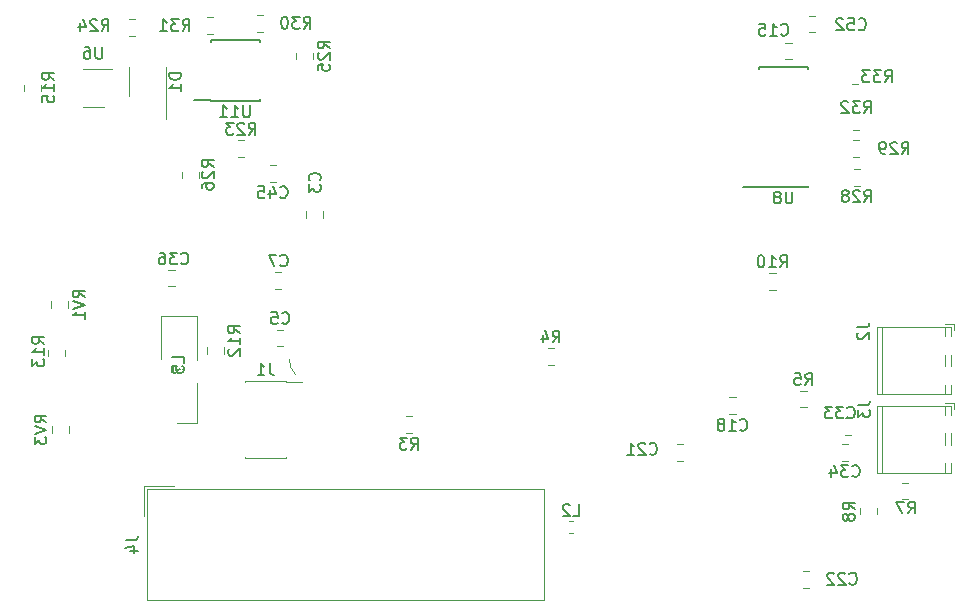
<source format=gbo>
G04 #@! TF.GenerationSoftware,KiCad,Pcbnew,(6.0.0-rc1-dev-1561-g9cac0a38c)*
G04 #@! TF.CreationDate,2019-06-17T18:23:23+02:00
G04 #@! TF.ProjectId,canbox,63616e62-6f78-42e6-9b69-6361645f7063,rev?*
G04 #@! TF.SameCoordinates,Original*
G04 #@! TF.FileFunction,Legend,Bot*
G04 #@! TF.FilePolarity,Positive*
%FSLAX46Y46*%
G04 Gerber Fmt 4.6, Leading zero omitted, Abs format (unit mm)*
G04 Created by KiCad (PCBNEW (6.0.0-rc1-dev-1561-g9cac0a38c)) date Mon 17 Jun 2019 06:23:23 PM CEST*
%MOMM*%
%LPD*%
G04 APERTURE LIST*
%ADD10C,0.120000*%
%ADD11C,0.150000*%
G04 APERTURE END LIST*
D10*
X48050000Y-86900000D02*
X48050000Y-91300000D01*
X44950000Y-86900000D02*
X44950000Y-89400000D01*
X50661700Y-113697400D02*
X50661700Y-117047400D01*
X50661700Y-117047400D02*
X49011700Y-117047400D01*
X47661700Y-111647400D02*
X47661700Y-107997400D01*
X47661700Y-107997400D02*
X50661700Y-107997400D01*
X50661700Y-107997400D02*
X50661700Y-111747400D01*
X54730400Y-119933800D02*
X54730400Y-119998800D01*
X58260400Y-119933800D02*
X58260400Y-119998800D01*
X54730400Y-113528800D02*
X54730400Y-113593800D01*
X58260400Y-113528800D02*
X58260400Y-113593800D01*
X59585400Y-113593800D02*
X58260400Y-113593800D01*
X58260400Y-119998800D02*
X54730400Y-119998800D01*
X58260400Y-113528800D02*
X54730400Y-113528800D01*
X58509350Y-111683800D02*
G75*
G03X59035401Y-112953799I1796050J0D01*
G01*
X99667852Y-105764400D02*
X99145348Y-105764400D01*
X99667852Y-104344400D02*
X99145348Y-104344400D01*
D11*
X51852500Y-89726500D02*
X50452500Y-89726500D01*
X51852500Y-84626500D02*
X56002500Y-84626500D01*
X51852500Y-89776500D02*
X56002500Y-89776500D01*
X51852500Y-84626500D02*
X51852500Y-84771500D01*
X56002500Y-84626500D02*
X56002500Y-84771500D01*
X56002500Y-89776500D02*
X56002500Y-89631500D01*
X51852500Y-89776500D02*
X51852500Y-89726500D01*
D10*
X46216000Y-122405200D02*
X46216000Y-124945200D01*
X46216000Y-122405200D02*
X48756000Y-122405200D01*
X46466000Y-122655200D02*
X46466000Y-132005200D01*
X80026000Y-122655200D02*
X46466000Y-122655200D01*
X80026000Y-132005200D02*
X80026000Y-122655200D01*
X46466000Y-132005200D02*
X80026000Y-132005200D01*
X101023052Y-86257200D02*
X100500548Y-86257200D01*
X101023052Y-84837200D02*
X100500548Y-84837200D01*
X54684452Y-94537600D02*
X54161948Y-94537600D01*
X54684452Y-93117600D02*
X54161948Y-93117600D01*
X114779000Y-115344800D02*
X114779000Y-115844800D01*
X114039000Y-115344800D02*
X114779000Y-115344800D01*
X108219000Y-121244800D02*
X114539000Y-121244800D01*
X108219000Y-115584800D02*
X114539000Y-115584800D01*
X114539000Y-120474800D02*
X114539000Y-121244800D01*
X114539000Y-117934800D02*
X114539000Y-118894800D01*
X114539000Y-115584800D02*
X114539000Y-116354800D01*
X108219000Y-115584800D02*
X108219000Y-121244800D01*
X108679000Y-115584800D02*
X108679000Y-121244800D01*
X113979000Y-120474800D02*
X113979000Y-121244800D01*
X113979000Y-117934800D02*
X113979000Y-118894800D01*
X113979000Y-115584800D02*
X113979000Y-116354800D01*
X114779000Y-108690000D02*
X114779000Y-109190000D01*
X114039000Y-108690000D02*
X114779000Y-108690000D01*
X108219000Y-114590000D02*
X114539000Y-114590000D01*
X108219000Y-108930000D02*
X114539000Y-108930000D01*
X114539000Y-113820000D02*
X114539000Y-114590000D01*
X114539000Y-111280000D02*
X114539000Y-112240000D01*
X114539000Y-108930000D02*
X114539000Y-109700000D01*
X108219000Y-108930000D02*
X108219000Y-114590000D01*
X108679000Y-108930000D02*
X108679000Y-114590000D01*
X113979000Y-113820000D02*
X113979000Y-114590000D01*
X113979000Y-111280000D02*
X113979000Y-112240000D01*
X113979000Y-108930000D02*
X113979000Y-109700000D01*
X44950748Y-82856000D02*
X45473252Y-82856000D01*
X44950748Y-84276000D02*
X45473252Y-84276000D01*
D11*
X98267700Y-97061500D02*
X96892700Y-97061500D01*
X98267700Y-86936500D02*
X102417700Y-86936500D01*
X98267700Y-97086500D02*
X102417700Y-97086500D01*
X98267700Y-86936500D02*
X98267700Y-87041500D01*
X102417700Y-86936500D02*
X102417700Y-87041500D01*
X102417700Y-97086500D02*
X102417700Y-96981500D01*
X98267700Y-97086500D02*
X98267700Y-97061500D01*
D10*
X41000000Y-87040000D02*
X43450000Y-87040000D01*
X42800000Y-90260000D02*
X41000000Y-90260000D01*
X39851400Y-117340748D02*
X39851400Y-117863252D01*
X38431400Y-117340748D02*
X38431400Y-117863252D01*
X38355200Y-107271452D02*
X38355200Y-106748948D01*
X39775200Y-107271452D02*
X39775200Y-106748948D01*
X106130348Y-88329700D02*
X106652852Y-88329700D01*
X106130348Y-89749700D02*
X106652852Y-89749700D01*
X106231948Y-90806200D02*
X106754452Y-90806200D01*
X106231948Y-92226200D02*
X106754452Y-92226200D01*
X52030152Y-84136300D02*
X51507648Y-84136300D01*
X52030152Y-82716300D02*
X51507648Y-82716300D01*
X56271952Y-83958500D02*
X55749448Y-83958500D01*
X56271952Y-82538500D02*
X55749448Y-82538500D01*
X106253648Y-93104900D02*
X106776152Y-93104900D01*
X106253648Y-94524900D02*
X106776152Y-94524900D01*
X106282748Y-95530600D02*
X106805252Y-95530600D01*
X106282748Y-96950600D02*
X106805252Y-96950600D01*
X50849600Y-95759748D02*
X50849600Y-96282252D01*
X49429600Y-95759748D02*
X49429600Y-96282252D01*
X59107000Y-86231252D02*
X59107000Y-85708748D01*
X60527000Y-86231252D02*
X60527000Y-85708748D01*
X37460000Y-88413748D02*
X37460000Y-88936252D01*
X36040000Y-88413748D02*
X36040000Y-88936252D01*
X38101200Y-111395252D02*
X38101200Y-110872748D01*
X39521200Y-111395252D02*
X39521200Y-110872748D01*
X51550500Y-111166652D02*
X51550500Y-110644148D01*
X52970500Y-111166652D02*
X52970500Y-110644148D01*
X108279000Y-124265948D02*
X108279000Y-124788452D01*
X106859000Y-124265948D02*
X106859000Y-124788452D01*
X110920052Y-123519000D02*
X110397548Y-123519000D01*
X110920052Y-122099000D02*
X110397548Y-122099000D01*
X102294652Y-115727200D02*
X101772148Y-115727200D01*
X102294652Y-114307200D02*
X101772148Y-114307200D01*
X80897252Y-112139800D02*
X80374748Y-112139800D01*
X80897252Y-110719800D02*
X80374748Y-110719800D01*
X68369548Y-116485600D02*
X68892052Y-116485600D01*
X68369548Y-117905600D02*
X68892052Y-117905600D01*
X82529467Y-126392400D02*
X82186933Y-126392400D01*
X82529467Y-125372400D02*
X82186933Y-125372400D01*
X102481748Y-82551200D02*
X103004252Y-82551200D01*
X102481748Y-83971200D02*
X103004252Y-83971200D01*
X56828948Y-95200400D02*
X57351452Y-95200400D01*
X56828948Y-96620400D02*
X57351452Y-96620400D01*
X48269148Y-104065000D02*
X48791652Y-104065000D01*
X48269148Y-105485000D02*
X48791652Y-105485000D01*
X105272148Y-118807200D02*
X105794652Y-118807200D01*
X105272148Y-120227200D02*
X105794652Y-120227200D01*
X105546148Y-116612600D02*
X106068652Y-116612600D01*
X105546148Y-118032600D02*
X106068652Y-118032600D01*
X101999148Y-129566600D02*
X102521652Y-129566600D01*
X101999148Y-130986600D02*
X102521652Y-130986600D01*
X91297148Y-118807200D02*
X91819652Y-118807200D01*
X91297148Y-120227200D02*
X91819652Y-120227200D01*
X95759748Y-114885400D02*
X96282252Y-114885400D01*
X95759748Y-116305400D02*
X96282252Y-116305400D01*
X57840512Y-105695820D02*
X57318008Y-105695820D01*
X57840512Y-104275820D02*
X57318008Y-104275820D01*
X57994072Y-110559920D02*
X57471568Y-110559920D01*
X57994072Y-109139920D02*
X57471568Y-109139920D01*
X59945200Y-99660452D02*
X59945200Y-99137948D01*
X61365200Y-99660452D02*
X61365200Y-99137948D01*
D11*
X49332380Y-87431904D02*
X48332380Y-87431904D01*
X48332380Y-87670000D01*
X48380000Y-87812857D01*
X48475238Y-87908095D01*
X48570476Y-87955714D01*
X48760952Y-88003333D01*
X48903809Y-88003333D01*
X49094285Y-87955714D01*
X49189523Y-87908095D01*
X49284761Y-87812857D01*
X49332380Y-87670000D01*
X49332380Y-87431904D01*
X49332380Y-88955714D02*
X49332380Y-88384285D01*
X49332380Y-88670000D02*
X48332380Y-88670000D01*
X48475238Y-88574761D01*
X48570476Y-88479523D01*
X48618095Y-88384285D01*
X49544280Y-111932133D02*
X49544280Y-111455942D01*
X48544280Y-111455942D01*
X48544280Y-112741657D02*
X48544280Y-112265466D01*
X49020471Y-112217847D01*
X48972852Y-112265466D01*
X48925233Y-112360704D01*
X48925233Y-112598800D01*
X48972852Y-112694038D01*
X49020471Y-112741657D01*
X49115709Y-112789276D01*
X49353804Y-112789276D01*
X49449042Y-112741657D01*
X49496661Y-112694038D01*
X49544280Y-112598800D01*
X49544280Y-112360704D01*
X49496661Y-112265466D01*
X49449042Y-112217847D01*
X49518842Y-112499780D02*
X49566461Y-112547400D01*
X49614080Y-112499780D01*
X49566461Y-112452161D01*
X49518842Y-112499780D01*
X49614080Y-112499780D01*
X48661700Y-112309304D02*
X48614080Y-112404542D01*
X48614080Y-112642638D01*
X48661700Y-112737876D01*
X48756938Y-112785495D01*
X48852176Y-112785495D01*
X48947414Y-112737876D01*
X48995033Y-112690257D01*
X49042652Y-112595019D01*
X49090271Y-112547400D01*
X49185509Y-112499780D01*
X49233128Y-112499780D01*
X56828733Y-111981180D02*
X56828733Y-112695466D01*
X56876352Y-112838323D01*
X56971590Y-112933561D01*
X57114447Y-112981180D01*
X57209685Y-112981180D01*
X55828733Y-112981180D02*
X56400161Y-112981180D01*
X56114447Y-112981180D02*
X56114447Y-111981180D01*
X56209685Y-112124038D01*
X56304923Y-112219276D01*
X56400161Y-112266895D01*
X100049457Y-103856780D02*
X100382790Y-103380590D01*
X100620885Y-103856780D02*
X100620885Y-102856780D01*
X100239933Y-102856780D01*
X100144695Y-102904400D01*
X100097076Y-102952019D01*
X100049457Y-103047257D01*
X100049457Y-103190114D01*
X100097076Y-103285352D01*
X100144695Y-103332971D01*
X100239933Y-103380590D01*
X100620885Y-103380590D01*
X99097076Y-103856780D02*
X99668504Y-103856780D01*
X99382790Y-103856780D02*
X99382790Y-102856780D01*
X99478028Y-102999638D01*
X99573266Y-103094876D01*
X99668504Y-103142495D01*
X98478028Y-102856780D02*
X98382790Y-102856780D01*
X98287552Y-102904400D01*
X98239933Y-102952019D01*
X98192314Y-103047257D01*
X98144695Y-103237733D01*
X98144695Y-103475828D01*
X98192314Y-103666304D01*
X98239933Y-103761542D01*
X98287552Y-103809161D01*
X98382790Y-103856780D01*
X98478028Y-103856780D01*
X98573266Y-103809161D01*
X98620885Y-103761542D01*
X98668504Y-103666304D01*
X98716123Y-103475828D01*
X98716123Y-103237733D01*
X98668504Y-103047257D01*
X98620885Y-102952019D01*
X98573266Y-102904400D01*
X98478028Y-102856780D01*
X55165595Y-90153880D02*
X55165595Y-90963404D01*
X55117976Y-91058642D01*
X55070357Y-91106261D01*
X54975119Y-91153880D01*
X54784642Y-91153880D01*
X54689404Y-91106261D01*
X54641785Y-91058642D01*
X54594166Y-90963404D01*
X54594166Y-90153880D01*
X53594166Y-91153880D02*
X54165595Y-91153880D01*
X53879880Y-91153880D02*
X53879880Y-90153880D01*
X53975119Y-90296738D01*
X54070357Y-90391976D01*
X54165595Y-90439595D01*
X52641785Y-91153880D02*
X53213214Y-91153880D01*
X52927500Y-91153880D02*
X52927500Y-90153880D01*
X53022738Y-90296738D01*
X53117976Y-90391976D01*
X53213214Y-90439595D01*
X44664380Y-126996866D02*
X45378666Y-126996866D01*
X45521523Y-126949247D01*
X45616761Y-126854009D01*
X45664380Y-126711152D01*
X45664380Y-126615914D01*
X44997714Y-127901628D02*
X45664380Y-127901628D01*
X44616761Y-127663533D02*
X45331047Y-127425438D01*
X45331047Y-128044485D01*
X100134657Y-84151742D02*
X100182276Y-84199361D01*
X100325133Y-84246980D01*
X100420371Y-84246980D01*
X100563228Y-84199361D01*
X100658466Y-84104123D01*
X100706085Y-84008885D01*
X100753704Y-83818409D01*
X100753704Y-83675552D01*
X100706085Y-83485076D01*
X100658466Y-83389838D01*
X100563228Y-83294600D01*
X100420371Y-83246980D01*
X100325133Y-83246980D01*
X100182276Y-83294600D01*
X100134657Y-83342219D01*
X99182276Y-84246980D02*
X99753704Y-84246980D01*
X99467990Y-84246980D02*
X99467990Y-83246980D01*
X99563228Y-83389838D01*
X99658466Y-83485076D01*
X99753704Y-83532695D01*
X98277514Y-83246980D02*
X98753704Y-83246980D01*
X98801323Y-83723171D01*
X98753704Y-83675552D01*
X98658466Y-83627933D01*
X98420371Y-83627933D01*
X98325133Y-83675552D01*
X98277514Y-83723171D01*
X98229895Y-83818409D01*
X98229895Y-84056504D01*
X98277514Y-84151742D01*
X98325133Y-84199361D01*
X98420371Y-84246980D01*
X98658466Y-84246980D01*
X98753704Y-84199361D01*
X98801323Y-84151742D01*
X55066057Y-92629980D02*
X55399390Y-92153790D01*
X55637485Y-92629980D02*
X55637485Y-91629980D01*
X55256533Y-91629980D01*
X55161295Y-91677600D01*
X55113676Y-91725219D01*
X55066057Y-91820457D01*
X55066057Y-91963314D01*
X55113676Y-92058552D01*
X55161295Y-92106171D01*
X55256533Y-92153790D01*
X55637485Y-92153790D01*
X54685104Y-91725219D02*
X54637485Y-91677600D01*
X54542247Y-91629980D01*
X54304152Y-91629980D01*
X54208914Y-91677600D01*
X54161295Y-91725219D01*
X54113676Y-91820457D01*
X54113676Y-91915695D01*
X54161295Y-92058552D01*
X54732723Y-92629980D01*
X54113676Y-92629980D01*
X53780342Y-91629980D02*
X53161295Y-91629980D01*
X53494628Y-92010933D01*
X53351771Y-92010933D01*
X53256533Y-92058552D01*
X53208914Y-92106171D01*
X53161295Y-92201409D01*
X53161295Y-92439504D01*
X53208914Y-92534742D01*
X53256533Y-92582361D01*
X53351771Y-92629980D01*
X53637485Y-92629980D01*
X53732723Y-92582361D01*
X53780342Y-92534742D01*
X106665780Y-115541466D02*
X107380066Y-115541466D01*
X107522923Y-115493847D01*
X107618161Y-115398609D01*
X107665780Y-115255752D01*
X107665780Y-115160514D01*
X106665780Y-115922419D02*
X106665780Y-116541466D01*
X107046733Y-116208133D01*
X107046733Y-116350990D01*
X107094352Y-116446228D01*
X107141971Y-116493847D01*
X107237209Y-116541466D01*
X107475304Y-116541466D01*
X107570542Y-116493847D01*
X107618161Y-116446228D01*
X107665780Y-116350990D01*
X107665780Y-116065276D01*
X107618161Y-115970038D01*
X107570542Y-115922419D01*
X106589580Y-108962866D02*
X107303866Y-108962866D01*
X107446723Y-108915247D01*
X107541961Y-108820009D01*
X107589580Y-108677152D01*
X107589580Y-108581914D01*
X106684819Y-109391438D02*
X106637200Y-109439057D01*
X106589580Y-109534295D01*
X106589580Y-109772390D01*
X106637200Y-109867628D01*
X106684819Y-109915247D01*
X106780057Y-109962866D01*
X106875295Y-109962866D01*
X107018152Y-109915247D01*
X107589580Y-109343819D01*
X107589580Y-109962866D01*
X42606257Y-83859580D02*
X42939590Y-83383390D01*
X43177685Y-83859580D02*
X43177685Y-82859580D01*
X42796733Y-82859580D01*
X42701495Y-82907200D01*
X42653876Y-82954819D01*
X42606257Y-83050057D01*
X42606257Y-83192914D01*
X42653876Y-83288152D01*
X42701495Y-83335771D01*
X42796733Y-83383390D01*
X43177685Y-83383390D01*
X42225304Y-82954819D02*
X42177685Y-82907200D01*
X42082447Y-82859580D01*
X41844352Y-82859580D01*
X41749114Y-82907200D01*
X41701495Y-82954819D01*
X41653876Y-83050057D01*
X41653876Y-83145295D01*
X41701495Y-83288152D01*
X42272923Y-83859580D01*
X41653876Y-83859580D01*
X40796733Y-83192914D02*
X40796733Y-83859580D01*
X41034828Y-82811961D02*
X41272923Y-83526247D01*
X40653876Y-83526247D01*
X101104604Y-97463880D02*
X101104604Y-98273404D01*
X101056985Y-98368642D01*
X101009366Y-98416261D01*
X100914128Y-98463880D01*
X100723652Y-98463880D01*
X100628414Y-98416261D01*
X100580795Y-98368642D01*
X100533176Y-98273404D01*
X100533176Y-97463880D01*
X99914128Y-97892452D02*
X100009366Y-97844833D01*
X100056985Y-97797214D01*
X100104604Y-97701976D01*
X100104604Y-97654357D01*
X100056985Y-97559119D01*
X100009366Y-97511500D01*
X99914128Y-97463880D01*
X99723652Y-97463880D01*
X99628414Y-97511500D01*
X99580795Y-97559119D01*
X99533176Y-97654357D01*
X99533176Y-97701976D01*
X99580795Y-97797214D01*
X99628414Y-97844833D01*
X99723652Y-97892452D01*
X99914128Y-97892452D01*
X100009366Y-97940071D01*
X100056985Y-97987690D01*
X100104604Y-98082928D01*
X100104604Y-98273404D01*
X100056985Y-98368642D01*
X100009366Y-98416261D01*
X99914128Y-98463880D01*
X99723652Y-98463880D01*
X99628414Y-98416261D01*
X99580795Y-98368642D01*
X99533176Y-98273404D01*
X99533176Y-98082928D01*
X99580795Y-97987690D01*
X99628414Y-97940071D01*
X99723652Y-97892452D01*
X42661904Y-85202380D02*
X42661904Y-86011904D01*
X42614285Y-86107142D01*
X42566666Y-86154761D01*
X42471428Y-86202380D01*
X42280952Y-86202380D01*
X42185714Y-86154761D01*
X42138095Y-86107142D01*
X42090476Y-86011904D01*
X42090476Y-85202380D01*
X41185714Y-85202380D02*
X41376190Y-85202380D01*
X41471428Y-85250000D01*
X41519047Y-85297619D01*
X41614285Y-85440476D01*
X41661904Y-85630952D01*
X41661904Y-86011904D01*
X41614285Y-86107142D01*
X41566666Y-86154761D01*
X41471428Y-86202380D01*
X41280952Y-86202380D01*
X41185714Y-86154761D01*
X41138095Y-86107142D01*
X41090476Y-86011904D01*
X41090476Y-85773809D01*
X41138095Y-85678571D01*
X41185714Y-85630952D01*
X41280952Y-85583333D01*
X41471428Y-85583333D01*
X41566666Y-85630952D01*
X41614285Y-85678571D01*
X41661904Y-85773809D01*
X37943780Y-117006761D02*
X37467590Y-116673428D01*
X37943780Y-116435333D02*
X36943780Y-116435333D01*
X36943780Y-116816285D01*
X36991400Y-116911523D01*
X37039019Y-116959142D01*
X37134257Y-117006761D01*
X37277114Y-117006761D01*
X37372352Y-116959142D01*
X37419971Y-116911523D01*
X37467590Y-116816285D01*
X37467590Y-116435333D01*
X36943780Y-117292476D02*
X37943780Y-117625809D01*
X36943780Y-117959142D01*
X36943780Y-118197238D02*
X36943780Y-118816285D01*
X37324733Y-118482952D01*
X37324733Y-118625809D01*
X37372352Y-118721047D01*
X37419971Y-118768666D01*
X37515209Y-118816285D01*
X37753304Y-118816285D01*
X37848542Y-118768666D01*
X37896161Y-118721047D01*
X37943780Y-118625809D01*
X37943780Y-118340095D01*
X37896161Y-118244857D01*
X37848542Y-118197238D01*
X41167580Y-106414961D02*
X40691390Y-106081628D01*
X41167580Y-105843533D02*
X40167580Y-105843533D01*
X40167580Y-106224485D01*
X40215200Y-106319723D01*
X40262819Y-106367342D01*
X40358057Y-106414961D01*
X40500914Y-106414961D01*
X40596152Y-106367342D01*
X40643771Y-106319723D01*
X40691390Y-106224485D01*
X40691390Y-105843533D01*
X40167580Y-106700676D02*
X41167580Y-107034009D01*
X40167580Y-107367342D01*
X41167580Y-108224485D02*
X41167580Y-107653057D01*
X41167580Y-107938771D02*
X40167580Y-107938771D01*
X40310438Y-107843533D01*
X40405676Y-107748295D01*
X40453295Y-107653057D01*
X108923057Y-88183980D02*
X109256390Y-87707790D01*
X109494485Y-88183980D02*
X109494485Y-87183980D01*
X109113533Y-87183980D01*
X109018295Y-87231600D01*
X108970676Y-87279219D01*
X108923057Y-87374457D01*
X108923057Y-87517314D01*
X108970676Y-87612552D01*
X109018295Y-87660171D01*
X109113533Y-87707790D01*
X109494485Y-87707790D01*
X108589723Y-87183980D02*
X107970676Y-87183980D01*
X108304009Y-87564933D01*
X108161152Y-87564933D01*
X108065914Y-87612552D01*
X108018295Y-87660171D01*
X107970676Y-87755409D01*
X107970676Y-87993504D01*
X108018295Y-88088742D01*
X108065914Y-88136361D01*
X108161152Y-88183980D01*
X108446866Y-88183980D01*
X108542104Y-88136361D01*
X108589723Y-88088742D01*
X107637342Y-87183980D02*
X107018295Y-87183980D01*
X107351628Y-87564933D01*
X107208771Y-87564933D01*
X107113533Y-87612552D01*
X107065914Y-87660171D01*
X107018295Y-87755409D01*
X107018295Y-87993504D01*
X107065914Y-88088742D01*
X107113533Y-88136361D01*
X107208771Y-88183980D01*
X107494485Y-88183980D01*
X107589723Y-88136361D01*
X107637342Y-88088742D01*
X107145057Y-90800180D02*
X107478390Y-90323990D01*
X107716485Y-90800180D02*
X107716485Y-89800180D01*
X107335533Y-89800180D01*
X107240295Y-89847800D01*
X107192676Y-89895419D01*
X107145057Y-89990657D01*
X107145057Y-90133514D01*
X107192676Y-90228752D01*
X107240295Y-90276371D01*
X107335533Y-90323990D01*
X107716485Y-90323990D01*
X106811723Y-89800180D02*
X106192676Y-89800180D01*
X106526009Y-90181133D01*
X106383152Y-90181133D01*
X106287914Y-90228752D01*
X106240295Y-90276371D01*
X106192676Y-90371609D01*
X106192676Y-90609704D01*
X106240295Y-90704942D01*
X106287914Y-90752561D01*
X106383152Y-90800180D01*
X106668866Y-90800180D01*
X106764104Y-90752561D01*
X106811723Y-90704942D01*
X105811723Y-89895419D02*
X105764104Y-89847800D01*
X105668866Y-89800180D01*
X105430771Y-89800180D01*
X105335533Y-89847800D01*
X105287914Y-89895419D01*
X105240295Y-89990657D01*
X105240295Y-90085895D01*
X105287914Y-90228752D01*
X105859342Y-90800180D01*
X105240295Y-90800180D01*
X49461657Y-83865980D02*
X49794990Y-83389790D01*
X50033085Y-83865980D02*
X50033085Y-82865980D01*
X49652133Y-82865980D01*
X49556895Y-82913600D01*
X49509276Y-82961219D01*
X49461657Y-83056457D01*
X49461657Y-83199314D01*
X49509276Y-83294552D01*
X49556895Y-83342171D01*
X49652133Y-83389790D01*
X50033085Y-83389790D01*
X49128323Y-82865980D02*
X48509276Y-82865980D01*
X48842609Y-83246933D01*
X48699752Y-83246933D01*
X48604514Y-83294552D01*
X48556895Y-83342171D01*
X48509276Y-83437409D01*
X48509276Y-83675504D01*
X48556895Y-83770742D01*
X48604514Y-83818361D01*
X48699752Y-83865980D01*
X48985466Y-83865980D01*
X49080704Y-83818361D01*
X49128323Y-83770742D01*
X47556895Y-83865980D02*
X48128323Y-83865980D01*
X47842609Y-83865980D02*
X47842609Y-82865980D01*
X47937847Y-83008838D01*
X48033085Y-83104076D01*
X48128323Y-83151695D01*
X59723257Y-83662780D02*
X60056590Y-83186590D01*
X60294685Y-83662780D02*
X60294685Y-82662780D01*
X59913733Y-82662780D01*
X59818495Y-82710400D01*
X59770876Y-82758019D01*
X59723257Y-82853257D01*
X59723257Y-82996114D01*
X59770876Y-83091352D01*
X59818495Y-83138971D01*
X59913733Y-83186590D01*
X60294685Y-83186590D01*
X59389923Y-82662780D02*
X58770876Y-82662780D01*
X59104209Y-83043733D01*
X58961352Y-83043733D01*
X58866114Y-83091352D01*
X58818495Y-83138971D01*
X58770876Y-83234209D01*
X58770876Y-83472304D01*
X58818495Y-83567542D01*
X58866114Y-83615161D01*
X58961352Y-83662780D01*
X59247066Y-83662780D01*
X59342304Y-83615161D01*
X59389923Y-83567542D01*
X58151828Y-82662780D02*
X58056590Y-82662780D01*
X57961352Y-82710400D01*
X57913733Y-82758019D01*
X57866114Y-82853257D01*
X57818495Y-83043733D01*
X57818495Y-83281828D01*
X57866114Y-83472304D01*
X57913733Y-83567542D01*
X57961352Y-83615161D01*
X58056590Y-83662780D01*
X58151828Y-83662780D01*
X58247066Y-83615161D01*
X58294685Y-83567542D01*
X58342304Y-83472304D01*
X58389923Y-83281828D01*
X58389923Y-83043733D01*
X58342304Y-82853257D01*
X58294685Y-82758019D01*
X58247066Y-82710400D01*
X58151828Y-82662780D01*
X110345457Y-94254580D02*
X110678790Y-93778390D01*
X110916885Y-94254580D02*
X110916885Y-93254580D01*
X110535933Y-93254580D01*
X110440695Y-93302200D01*
X110393076Y-93349819D01*
X110345457Y-93445057D01*
X110345457Y-93587914D01*
X110393076Y-93683152D01*
X110440695Y-93730771D01*
X110535933Y-93778390D01*
X110916885Y-93778390D01*
X109964504Y-93349819D02*
X109916885Y-93302200D01*
X109821647Y-93254580D01*
X109583552Y-93254580D01*
X109488314Y-93302200D01*
X109440695Y-93349819D01*
X109393076Y-93445057D01*
X109393076Y-93540295D01*
X109440695Y-93683152D01*
X110012123Y-94254580D01*
X109393076Y-94254580D01*
X108916885Y-94254580D02*
X108726409Y-94254580D01*
X108631171Y-94206961D01*
X108583552Y-94159342D01*
X108488314Y-94016485D01*
X108440695Y-93826009D01*
X108440695Y-93445057D01*
X108488314Y-93349819D01*
X108535933Y-93302200D01*
X108631171Y-93254580D01*
X108821647Y-93254580D01*
X108916885Y-93302200D01*
X108964504Y-93349819D01*
X109012123Y-93445057D01*
X109012123Y-93683152D01*
X108964504Y-93778390D01*
X108916885Y-93826009D01*
X108821647Y-93873628D01*
X108631171Y-93873628D01*
X108535933Y-93826009D01*
X108488314Y-93778390D01*
X108440695Y-93683152D01*
X107186857Y-98342980D02*
X107520190Y-97866790D01*
X107758285Y-98342980D02*
X107758285Y-97342980D01*
X107377333Y-97342980D01*
X107282095Y-97390600D01*
X107234476Y-97438219D01*
X107186857Y-97533457D01*
X107186857Y-97676314D01*
X107234476Y-97771552D01*
X107282095Y-97819171D01*
X107377333Y-97866790D01*
X107758285Y-97866790D01*
X106805904Y-97438219D02*
X106758285Y-97390600D01*
X106663047Y-97342980D01*
X106424952Y-97342980D01*
X106329714Y-97390600D01*
X106282095Y-97438219D01*
X106234476Y-97533457D01*
X106234476Y-97628695D01*
X106282095Y-97771552D01*
X106853523Y-98342980D01*
X106234476Y-98342980D01*
X105663047Y-97771552D02*
X105758285Y-97723933D01*
X105805904Y-97676314D01*
X105853523Y-97581076D01*
X105853523Y-97533457D01*
X105805904Y-97438219D01*
X105758285Y-97390600D01*
X105663047Y-97342980D01*
X105472571Y-97342980D01*
X105377333Y-97390600D01*
X105329714Y-97438219D01*
X105282095Y-97533457D01*
X105282095Y-97581076D01*
X105329714Y-97676314D01*
X105377333Y-97723933D01*
X105472571Y-97771552D01*
X105663047Y-97771552D01*
X105758285Y-97819171D01*
X105805904Y-97866790D01*
X105853523Y-97962028D01*
X105853523Y-98152504D01*
X105805904Y-98247742D01*
X105758285Y-98295361D01*
X105663047Y-98342980D01*
X105472571Y-98342980D01*
X105377333Y-98295361D01*
X105329714Y-98247742D01*
X105282095Y-98152504D01*
X105282095Y-97962028D01*
X105329714Y-97866790D01*
X105377333Y-97819171D01*
X105472571Y-97771552D01*
X52091980Y-95378142D02*
X51615790Y-95044809D01*
X52091980Y-94806714D02*
X51091980Y-94806714D01*
X51091980Y-95187666D01*
X51139600Y-95282904D01*
X51187219Y-95330523D01*
X51282457Y-95378142D01*
X51425314Y-95378142D01*
X51520552Y-95330523D01*
X51568171Y-95282904D01*
X51615790Y-95187666D01*
X51615790Y-94806714D01*
X51187219Y-95759095D02*
X51139600Y-95806714D01*
X51091980Y-95901952D01*
X51091980Y-96140047D01*
X51139600Y-96235285D01*
X51187219Y-96282904D01*
X51282457Y-96330523D01*
X51377695Y-96330523D01*
X51520552Y-96282904D01*
X52091980Y-95711476D01*
X52091980Y-96330523D01*
X51091980Y-97187666D02*
X51091980Y-96997190D01*
X51139600Y-96901952D01*
X51187219Y-96854333D01*
X51330076Y-96759095D01*
X51520552Y-96711476D01*
X51901504Y-96711476D01*
X51996742Y-96759095D01*
X52044361Y-96806714D01*
X52091980Y-96901952D01*
X52091980Y-97092428D01*
X52044361Y-97187666D01*
X51996742Y-97235285D01*
X51901504Y-97282904D01*
X51663409Y-97282904D01*
X51568171Y-97235285D01*
X51520552Y-97187666D01*
X51472933Y-97092428D01*
X51472933Y-96901952D01*
X51520552Y-96806714D01*
X51568171Y-96759095D01*
X51663409Y-96711476D01*
X61919380Y-85327142D02*
X61443190Y-84993809D01*
X61919380Y-84755714D02*
X60919380Y-84755714D01*
X60919380Y-85136666D01*
X60967000Y-85231904D01*
X61014619Y-85279523D01*
X61109857Y-85327142D01*
X61252714Y-85327142D01*
X61347952Y-85279523D01*
X61395571Y-85231904D01*
X61443190Y-85136666D01*
X61443190Y-84755714D01*
X61014619Y-85708095D02*
X60967000Y-85755714D01*
X60919380Y-85850952D01*
X60919380Y-86089047D01*
X60967000Y-86184285D01*
X61014619Y-86231904D01*
X61109857Y-86279523D01*
X61205095Y-86279523D01*
X61347952Y-86231904D01*
X61919380Y-85660476D01*
X61919380Y-86279523D01*
X60919380Y-87184285D02*
X60919380Y-86708095D01*
X61395571Y-86660476D01*
X61347952Y-86708095D01*
X61300333Y-86803333D01*
X61300333Y-87041428D01*
X61347952Y-87136666D01*
X61395571Y-87184285D01*
X61490809Y-87231904D01*
X61728904Y-87231904D01*
X61824142Y-87184285D01*
X61871761Y-87136666D01*
X61919380Y-87041428D01*
X61919380Y-86803333D01*
X61871761Y-86708095D01*
X61824142Y-86660476D01*
X38603180Y-88003142D02*
X38126990Y-87669809D01*
X38603180Y-87431714D02*
X37603180Y-87431714D01*
X37603180Y-87812666D01*
X37650800Y-87907904D01*
X37698419Y-87955523D01*
X37793657Y-88003142D01*
X37936514Y-88003142D01*
X38031752Y-87955523D01*
X38079371Y-87907904D01*
X38126990Y-87812666D01*
X38126990Y-87431714D01*
X38603180Y-88955523D02*
X38603180Y-88384095D01*
X38603180Y-88669809D02*
X37603180Y-88669809D01*
X37746038Y-88574571D01*
X37841276Y-88479333D01*
X37888895Y-88384095D01*
X37603180Y-89860285D02*
X37603180Y-89384095D01*
X38079371Y-89336476D01*
X38031752Y-89384095D01*
X37984133Y-89479333D01*
X37984133Y-89717428D01*
X38031752Y-89812666D01*
X38079371Y-89860285D01*
X38174609Y-89907904D01*
X38412704Y-89907904D01*
X38507942Y-89860285D01*
X38555561Y-89812666D01*
X38603180Y-89717428D01*
X38603180Y-89479333D01*
X38555561Y-89384095D01*
X38507942Y-89336476D01*
X37745780Y-110354342D02*
X37269590Y-110021009D01*
X37745780Y-109782914D02*
X36745780Y-109782914D01*
X36745780Y-110163866D01*
X36793400Y-110259104D01*
X36841019Y-110306723D01*
X36936257Y-110354342D01*
X37079114Y-110354342D01*
X37174352Y-110306723D01*
X37221971Y-110259104D01*
X37269590Y-110163866D01*
X37269590Y-109782914D01*
X37745780Y-111306723D02*
X37745780Y-110735295D01*
X37745780Y-111021009D02*
X36745780Y-111021009D01*
X36888638Y-110925771D01*
X36983876Y-110830533D01*
X37031495Y-110735295D01*
X36745780Y-111640057D02*
X36745780Y-112259104D01*
X37126733Y-111925771D01*
X37126733Y-112068628D01*
X37174352Y-112163866D01*
X37221971Y-112211485D01*
X37317209Y-112259104D01*
X37555304Y-112259104D01*
X37650542Y-112211485D01*
X37698161Y-112163866D01*
X37745780Y-112068628D01*
X37745780Y-111782914D01*
X37698161Y-111687676D01*
X37650542Y-111640057D01*
X54325780Y-109444342D02*
X53849590Y-109111009D01*
X54325780Y-108872914D02*
X53325780Y-108872914D01*
X53325780Y-109253866D01*
X53373400Y-109349104D01*
X53421019Y-109396723D01*
X53516257Y-109444342D01*
X53659114Y-109444342D01*
X53754352Y-109396723D01*
X53801971Y-109349104D01*
X53849590Y-109253866D01*
X53849590Y-108872914D01*
X54325780Y-110396723D02*
X54325780Y-109825295D01*
X54325780Y-110111009D02*
X53325780Y-110111009D01*
X53468638Y-110015771D01*
X53563876Y-109920533D01*
X53611495Y-109825295D01*
X53421019Y-110777676D02*
X53373400Y-110825295D01*
X53325780Y-110920533D01*
X53325780Y-111158628D01*
X53373400Y-111253866D01*
X53421019Y-111301485D01*
X53516257Y-111349104D01*
X53611495Y-111349104D01*
X53754352Y-111301485D01*
X54325780Y-110730057D01*
X54325780Y-111349104D01*
X106371380Y-124360533D02*
X105895190Y-124027200D01*
X106371380Y-123789104D02*
X105371380Y-123789104D01*
X105371380Y-124170057D01*
X105419000Y-124265295D01*
X105466619Y-124312914D01*
X105561857Y-124360533D01*
X105704714Y-124360533D01*
X105799952Y-124312914D01*
X105847571Y-124265295D01*
X105895190Y-124170057D01*
X105895190Y-123789104D01*
X105799952Y-124931961D02*
X105752333Y-124836723D01*
X105704714Y-124789104D01*
X105609476Y-124741485D01*
X105561857Y-124741485D01*
X105466619Y-124789104D01*
X105419000Y-124836723D01*
X105371380Y-124931961D01*
X105371380Y-125122438D01*
X105419000Y-125217676D01*
X105466619Y-125265295D01*
X105561857Y-125312914D01*
X105609476Y-125312914D01*
X105704714Y-125265295D01*
X105752333Y-125217676D01*
X105799952Y-125122438D01*
X105799952Y-124931961D01*
X105847571Y-124836723D01*
X105895190Y-124789104D01*
X105990428Y-124741485D01*
X106180904Y-124741485D01*
X106276142Y-124789104D01*
X106323761Y-124836723D01*
X106371380Y-124931961D01*
X106371380Y-125122438D01*
X106323761Y-125217676D01*
X106276142Y-125265295D01*
X106180904Y-125312914D01*
X105990428Y-125312914D01*
X105895190Y-125265295D01*
X105847571Y-125217676D01*
X105799952Y-125122438D01*
X110910666Y-124709180D02*
X111244000Y-124232990D01*
X111482095Y-124709180D02*
X111482095Y-123709180D01*
X111101142Y-123709180D01*
X111005904Y-123756800D01*
X110958285Y-123804419D01*
X110910666Y-123899657D01*
X110910666Y-124042514D01*
X110958285Y-124137752D01*
X111005904Y-124185371D01*
X111101142Y-124232990D01*
X111482095Y-124232990D01*
X110577333Y-123709180D02*
X109910666Y-123709180D01*
X110339238Y-124709180D01*
X102200066Y-113819580D02*
X102533400Y-113343390D01*
X102771495Y-113819580D02*
X102771495Y-112819580D01*
X102390542Y-112819580D01*
X102295304Y-112867200D01*
X102247685Y-112914819D01*
X102200066Y-113010057D01*
X102200066Y-113152914D01*
X102247685Y-113248152D01*
X102295304Y-113295771D01*
X102390542Y-113343390D01*
X102771495Y-113343390D01*
X101295304Y-112819580D02*
X101771495Y-112819580D01*
X101819114Y-113295771D01*
X101771495Y-113248152D01*
X101676257Y-113200533D01*
X101438161Y-113200533D01*
X101342923Y-113248152D01*
X101295304Y-113295771D01*
X101247685Y-113391009D01*
X101247685Y-113629104D01*
X101295304Y-113724342D01*
X101342923Y-113771961D01*
X101438161Y-113819580D01*
X101676257Y-113819580D01*
X101771495Y-113771961D01*
X101819114Y-113724342D01*
X80802666Y-110232180D02*
X81136000Y-109755990D01*
X81374095Y-110232180D02*
X81374095Y-109232180D01*
X80993142Y-109232180D01*
X80897904Y-109279800D01*
X80850285Y-109327419D01*
X80802666Y-109422657D01*
X80802666Y-109565514D01*
X80850285Y-109660752D01*
X80897904Y-109708371D01*
X80993142Y-109755990D01*
X81374095Y-109755990D01*
X79945523Y-109565514D02*
X79945523Y-110232180D01*
X80183619Y-109184561D02*
X80421714Y-109898847D01*
X79802666Y-109898847D01*
X68797466Y-119297980D02*
X69130800Y-118821790D01*
X69368895Y-119297980D02*
X69368895Y-118297980D01*
X68987942Y-118297980D01*
X68892704Y-118345600D01*
X68845085Y-118393219D01*
X68797466Y-118488457D01*
X68797466Y-118631314D01*
X68845085Y-118726552D01*
X68892704Y-118774171D01*
X68987942Y-118821790D01*
X69368895Y-118821790D01*
X68464133Y-118297980D02*
X67845085Y-118297980D01*
X68178419Y-118678933D01*
X68035561Y-118678933D01*
X67940323Y-118726552D01*
X67892704Y-118774171D01*
X67845085Y-118869409D01*
X67845085Y-119107504D01*
X67892704Y-119202742D01*
X67940323Y-119250361D01*
X68035561Y-119297980D01*
X68321276Y-119297980D01*
X68416514Y-119250361D01*
X68464133Y-119202742D01*
X82524866Y-124904780D02*
X83001057Y-124904780D01*
X83001057Y-123904780D01*
X82239152Y-124000019D02*
X82191533Y-123952400D01*
X82096295Y-123904780D01*
X81858200Y-123904780D01*
X81762961Y-123952400D01*
X81715342Y-124000019D01*
X81667723Y-124095257D01*
X81667723Y-124190495D01*
X81715342Y-124333352D01*
X82286771Y-124904780D01*
X81667723Y-124904780D01*
X106713257Y-83694542D02*
X106760876Y-83742161D01*
X106903733Y-83789780D01*
X106998971Y-83789780D01*
X107141828Y-83742161D01*
X107237066Y-83646923D01*
X107284685Y-83551685D01*
X107332304Y-83361209D01*
X107332304Y-83218352D01*
X107284685Y-83027876D01*
X107237066Y-82932638D01*
X107141828Y-82837400D01*
X106998971Y-82789780D01*
X106903733Y-82789780D01*
X106760876Y-82837400D01*
X106713257Y-82885019D01*
X105808495Y-82789780D02*
X106284685Y-82789780D01*
X106332304Y-83265971D01*
X106284685Y-83218352D01*
X106189447Y-83170733D01*
X105951352Y-83170733D01*
X105856114Y-83218352D01*
X105808495Y-83265971D01*
X105760876Y-83361209D01*
X105760876Y-83599304D01*
X105808495Y-83694542D01*
X105856114Y-83742161D01*
X105951352Y-83789780D01*
X106189447Y-83789780D01*
X106284685Y-83742161D01*
X106332304Y-83694542D01*
X105379923Y-82885019D02*
X105332304Y-82837400D01*
X105237066Y-82789780D01*
X104998971Y-82789780D01*
X104903733Y-82837400D01*
X104856114Y-82885019D01*
X104808495Y-82980257D01*
X104808495Y-83075495D01*
X104856114Y-83218352D01*
X105427542Y-83789780D01*
X104808495Y-83789780D01*
X57733057Y-97917542D02*
X57780676Y-97965161D01*
X57923533Y-98012780D01*
X58018771Y-98012780D01*
X58161628Y-97965161D01*
X58256866Y-97869923D01*
X58304485Y-97774685D01*
X58352104Y-97584209D01*
X58352104Y-97441352D01*
X58304485Y-97250876D01*
X58256866Y-97155638D01*
X58161628Y-97060400D01*
X58018771Y-97012780D01*
X57923533Y-97012780D01*
X57780676Y-97060400D01*
X57733057Y-97108019D01*
X56875914Y-97346114D02*
X56875914Y-98012780D01*
X57114009Y-96965161D02*
X57352104Y-97679447D01*
X56733057Y-97679447D01*
X55875914Y-97012780D02*
X56352104Y-97012780D01*
X56399723Y-97488971D01*
X56352104Y-97441352D01*
X56256866Y-97393733D01*
X56018771Y-97393733D01*
X55923533Y-97441352D01*
X55875914Y-97488971D01*
X55828295Y-97584209D01*
X55828295Y-97822304D01*
X55875914Y-97917542D01*
X55923533Y-97965161D01*
X56018771Y-98012780D01*
X56256866Y-98012780D01*
X56352104Y-97965161D01*
X56399723Y-97917542D01*
X49334657Y-103531942D02*
X49382276Y-103579561D01*
X49525133Y-103627180D01*
X49620371Y-103627180D01*
X49763228Y-103579561D01*
X49858466Y-103484323D01*
X49906085Y-103389085D01*
X49953704Y-103198609D01*
X49953704Y-103055752D01*
X49906085Y-102865276D01*
X49858466Y-102770038D01*
X49763228Y-102674800D01*
X49620371Y-102627180D01*
X49525133Y-102627180D01*
X49382276Y-102674800D01*
X49334657Y-102722419D01*
X49001323Y-102627180D02*
X48382276Y-102627180D01*
X48715609Y-103008133D01*
X48572752Y-103008133D01*
X48477514Y-103055752D01*
X48429895Y-103103371D01*
X48382276Y-103198609D01*
X48382276Y-103436704D01*
X48429895Y-103531942D01*
X48477514Y-103579561D01*
X48572752Y-103627180D01*
X48858466Y-103627180D01*
X48953704Y-103579561D01*
X49001323Y-103531942D01*
X47525133Y-102627180D02*
X47715609Y-102627180D01*
X47810847Y-102674800D01*
X47858466Y-102722419D01*
X47953704Y-102865276D01*
X48001323Y-103055752D01*
X48001323Y-103436704D01*
X47953704Y-103531942D01*
X47906085Y-103579561D01*
X47810847Y-103627180D01*
X47620371Y-103627180D01*
X47525133Y-103579561D01*
X47477514Y-103531942D01*
X47429895Y-103436704D01*
X47429895Y-103198609D01*
X47477514Y-103103371D01*
X47525133Y-103055752D01*
X47620371Y-103008133D01*
X47810847Y-103008133D01*
X47906085Y-103055752D01*
X47953704Y-103103371D01*
X48001323Y-103198609D01*
X106176257Y-121524342D02*
X106223876Y-121571961D01*
X106366733Y-121619580D01*
X106461971Y-121619580D01*
X106604828Y-121571961D01*
X106700066Y-121476723D01*
X106747685Y-121381485D01*
X106795304Y-121191009D01*
X106795304Y-121048152D01*
X106747685Y-120857676D01*
X106700066Y-120762438D01*
X106604828Y-120667200D01*
X106461971Y-120619580D01*
X106366733Y-120619580D01*
X106223876Y-120667200D01*
X106176257Y-120714819D01*
X105842923Y-120619580D02*
X105223876Y-120619580D01*
X105557209Y-121000533D01*
X105414352Y-121000533D01*
X105319114Y-121048152D01*
X105271495Y-121095771D01*
X105223876Y-121191009D01*
X105223876Y-121429104D01*
X105271495Y-121524342D01*
X105319114Y-121571961D01*
X105414352Y-121619580D01*
X105700066Y-121619580D01*
X105795304Y-121571961D01*
X105842923Y-121524342D01*
X104366733Y-120952914D02*
X104366733Y-121619580D01*
X104604828Y-120571961D02*
X104842923Y-121286247D01*
X104223876Y-121286247D01*
X105748057Y-116562142D02*
X105795676Y-116609761D01*
X105938533Y-116657380D01*
X106033771Y-116657380D01*
X106176628Y-116609761D01*
X106271866Y-116514523D01*
X106319485Y-116419285D01*
X106367104Y-116228809D01*
X106367104Y-116085952D01*
X106319485Y-115895476D01*
X106271866Y-115800238D01*
X106176628Y-115705000D01*
X106033771Y-115657380D01*
X105938533Y-115657380D01*
X105795676Y-115705000D01*
X105748057Y-115752619D01*
X105414723Y-115657380D02*
X104795676Y-115657380D01*
X105129009Y-116038333D01*
X104986152Y-116038333D01*
X104890914Y-116085952D01*
X104843295Y-116133571D01*
X104795676Y-116228809D01*
X104795676Y-116466904D01*
X104843295Y-116562142D01*
X104890914Y-116609761D01*
X104986152Y-116657380D01*
X105271866Y-116657380D01*
X105367104Y-116609761D01*
X105414723Y-116562142D01*
X104462342Y-115657380D02*
X103843295Y-115657380D01*
X104176628Y-116038333D01*
X104033771Y-116038333D01*
X103938533Y-116085952D01*
X103890914Y-116133571D01*
X103843295Y-116228809D01*
X103843295Y-116466904D01*
X103890914Y-116562142D01*
X103938533Y-116609761D01*
X104033771Y-116657380D01*
X104319485Y-116657380D01*
X104414723Y-116609761D01*
X104462342Y-116562142D01*
X105928257Y-130633742D02*
X105975876Y-130681361D01*
X106118733Y-130728980D01*
X106213971Y-130728980D01*
X106356828Y-130681361D01*
X106452066Y-130586123D01*
X106499685Y-130490885D01*
X106547304Y-130300409D01*
X106547304Y-130157552D01*
X106499685Y-129967076D01*
X106452066Y-129871838D01*
X106356828Y-129776600D01*
X106213971Y-129728980D01*
X106118733Y-129728980D01*
X105975876Y-129776600D01*
X105928257Y-129824219D01*
X105547304Y-129824219D02*
X105499685Y-129776600D01*
X105404447Y-129728980D01*
X105166352Y-129728980D01*
X105071114Y-129776600D01*
X105023495Y-129824219D01*
X104975876Y-129919457D01*
X104975876Y-130014695D01*
X105023495Y-130157552D01*
X105594923Y-130728980D01*
X104975876Y-130728980D01*
X104594923Y-129824219D02*
X104547304Y-129776600D01*
X104452066Y-129728980D01*
X104213971Y-129728980D01*
X104118733Y-129776600D01*
X104071114Y-129824219D01*
X104023495Y-129919457D01*
X104023495Y-130014695D01*
X104071114Y-130157552D01*
X104642542Y-130728980D01*
X104023495Y-130728980D01*
X89009457Y-119635542D02*
X89057076Y-119683161D01*
X89199933Y-119730780D01*
X89295171Y-119730780D01*
X89438028Y-119683161D01*
X89533266Y-119587923D01*
X89580885Y-119492685D01*
X89628504Y-119302209D01*
X89628504Y-119159352D01*
X89580885Y-118968876D01*
X89533266Y-118873638D01*
X89438028Y-118778400D01*
X89295171Y-118730780D01*
X89199933Y-118730780D01*
X89057076Y-118778400D01*
X89009457Y-118826019D01*
X88628504Y-118826019D02*
X88580885Y-118778400D01*
X88485647Y-118730780D01*
X88247552Y-118730780D01*
X88152314Y-118778400D01*
X88104695Y-118826019D01*
X88057076Y-118921257D01*
X88057076Y-119016495D01*
X88104695Y-119159352D01*
X88676123Y-119730780D01*
X88057076Y-119730780D01*
X87104695Y-119730780D02*
X87676123Y-119730780D01*
X87390409Y-119730780D02*
X87390409Y-118730780D01*
X87485647Y-118873638D01*
X87580885Y-118968876D01*
X87676123Y-119016495D01*
X96663857Y-117602542D02*
X96711476Y-117650161D01*
X96854333Y-117697780D01*
X96949571Y-117697780D01*
X97092428Y-117650161D01*
X97187666Y-117554923D01*
X97235285Y-117459685D01*
X97282904Y-117269209D01*
X97282904Y-117126352D01*
X97235285Y-116935876D01*
X97187666Y-116840638D01*
X97092428Y-116745400D01*
X96949571Y-116697780D01*
X96854333Y-116697780D01*
X96711476Y-116745400D01*
X96663857Y-116793019D01*
X95711476Y-117697780D02*
X96282904Y-117697780D01*
X95997190Y-117697780D02*
X95997190Y-116697780D01*
X96092428Y-116840638D01*
X96187666Y-116935876D01*
X96282904Y-116983495D01*
X95140047Y-117126352D02*
X95235285Y-117078733D01*
X95282904Y-117031114D01*
X95330523Y-116935876D01*
X95330523Y-116888257D01*
X95282904Y-116793019D01*
X95235285Y-116745400D01*
X95140047Y-116697780D01*
X94949571Y-116697780D01*
X94854333Y-116745400D01*
X94806714Y-116793019D01*
X94759095Y-116888257D01*
X94759095Y-116935876D01*
X94806714Y-117031114D01*
X94854333Y-117078733D01*
X94949571Y-117126352D01*
X95140047Y-117126352D01*
X95235285Y-117173971D01*
X95282904Y-117221590D01*
X95330523Y-117316828D01*
X95330523Y-117507304D01*
X95282904Y-117602542D01*
X95235285Y-117650161D01*
X95140047Y-117697780D01*
X94949571Y-117697780D01*
X94854333Y-117650161D01*
X94806714Y-117602542D01*
X94759095Y-117507304D01*
X94759095Y-117316828D01*
X94806714Y-117221590D01*
X94854333Y-117173971D01*
X94949571Y-117126352D01*
X57745926Y-103692962D02*
X57793545Y-103740581D01*
X57936402Y-103788200D01*
X58031640Y-103788200D01*
X58174498Y-103740581D01*
X58269736Y-103645343D01*
X58317355Y-103550105D01*
X58364974Y-103359629D01*
X58364974Y-103216772D01*
X58317355Y-103026296D01*
X58269736Y-102931058D01*
X58174498Y-102835820D01*
X58031640Y-102788200D01*
X57936402Y-102788200D01*
X57793545Y-102835820D01*
X57745926Y-102883439D01*
X57412593Y-102788200D02*
X56745926Y-102788200D01*
X57174498Y-103788200D01*
X57899486Y-108557062D02*
X57947105Y-108604681D01*
X58089962Y-108652300D01*
X58185200Y-108652300D01*
X58328058Y-108604681D01*
X58423296Y-108509443D01*
X58470915Y-108414205D01*
X58518534Y-108223729D01*
X58518534Y-108080872D01*
X58470915Y-107890396D01*
X58423296Y-107795158D01*
X58328058Y-107699920D01*
X58185200Y-107652300D01*
X58089962Y-107652300D01*
X57947105Y-107699920D01*
X57899486Y-107747539D01*
X56994724Y-107652300D02*
X57470915Y-107652300D01*
X57518534Y-108128491D01*
X57470915Y-108080872D01*
X57375677Y-108033253D01*
X57137581Y-108033253D01*
X57042343Y-108080872D01*
X56994724Y-108128491D01*
X56947105Y-108223729D01*
X56947105Y-108461824D01*
X56994724Y-108557062D01*
X57042343Y-108604681D01*
X57137581Y-108652300D01*
X57375677Y-108652300D01*
X57470915Y-108604681D01*
X57518534Y-108557062D01*
X61060542Y-96500533D02*
X61108161Y-96452914D01*
X61155780Y-96310057D01*
X61155780Y-96214819D01*
X61108161Y-96071961D01*
X61012923Y-95976723D01*
X60917685Y-95929104D01*
X60727209Y-95881485D01*
X60584352Y-95881485D01*
X60393876Y-95929104D01*
X60298638Y-95976723D01*
X60203400Y-96071961D01*
X60155780Y-96214819D01*
X60155780Y-96310057D01*
X60203400Y-96452914D01*
X60251019Y-96500533D01*
X60155780Y-96833866D02*
X60155780Y-97452914D01*
X60536733Y-97119580D01*
X60536733Y-97262438D01*
X60584352Y-97357676D01*
X60631971Y-97405295D01*
X60727209Y-97452914D01*
X60965304Y-97452914D01*
X61060542Y-97405295D01*
X61108161Y-97357676D01*
X61155780Y-97262438D01*
X61155780Y-96976723D01*
X61108161Y-96881485D01*
X61060542Y-96833866D01*
M02*

</source>
